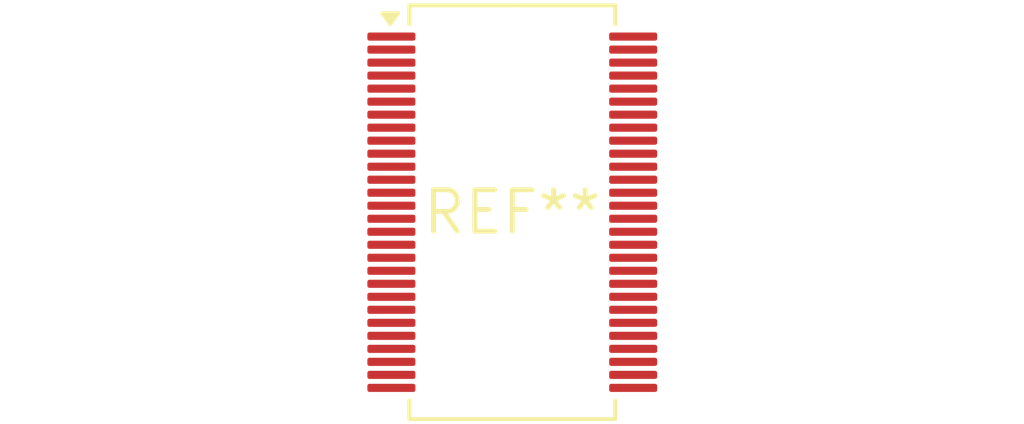
<source format=kicad_pcb>
(kicad_pcb (version 20240108) (generator pcbnew)
  (layers (0 "F.Cu" signal) (31 "B.Cu" signal) (34 "B.Paste" user) (35 "F.Paste" user) (36 "B.SilkS" user "B.Silkscreen") (37 "F.SilkS" user "F.Silkscreen") (38 "B.Mask" user) (39 "F.Mask" user) (44 "Edge.Cuts" user))
  (net 0 "")
  (footprint "TSSOP-56_6.1x12.5mm_P0.4mm" (layer "F.Cu") (at 0 0)
    (property "Reference" "REF**")
    (property "Value" "TSSOP-56_6.1x12.5mm_P0.4mm")
    (fp_line (start -3.16 -6.36) (end -3.16 -5.785) (layer "F.SilkS") (stroke (width 0.12)))
    (fp_line (start -3.16 6.36) (end -3.16 5.785) (layer "F.SilkS") (stroke (width 0.12)))
    (fp_line (start 0 -6.36) (end -3.16 -6.36) (layer "F.SilkS") (stroke (width 0.12)))
    (fp_line (start 0 -6.36) (end 3.16 -6.36) (layer "F.SilkS") (stroke (width 0.12)))
    (fp_line (start 0 6.36) (end -3.16 6.36) (layer "F.SilkS") (stroke (width 0.12)))
    (fp_line (start 0 6.36) (end 3.16 6.36) (layer "F.SilkS") (stroke (width 0.12)))
    (fp_line (start 3.16 -6.36) (end 3.16 -5.785) (layer "F.SilkS") (stroke (width 0.12)))
    (fp_line (start 3.16 6.36) (end 3.16 5.785) (layer "F.SilkS") (stroke (width 0.12)))
    (fp_poly (pts (xy -3.75 -5.785) (xy -3.99 -6.115) (xy -3.51 -6.115) (xy -3.75 -5.785)) (layer "F.SilkS") (stroke (width 0.12)) (fill solid))
    (pad "1" smd roundrect (at -3.7125 -5.4) (size 1.475 0.25) (layers "F.Cu" "F.Paste" "F.Mask"))
    (pad "2" smd roundrect (at -3.7125 -5) (size 1.475 0.25) (layers "F.Cu" "F.Paste" "F.Mask"))
    (pad "3" smd roundrect (at -3.7125 -4.6) (size 1.475 0.25) (layers "F.Cu" "F.Paste" "F.Mask"))
    (pad "4" smd roundrect (at -3.7125 -4.2) (size 1.475 0.25) (layers "F.Cu" "F.Paste" "F.Mask"))
    (pad "5" smd roundrect (at -3.7125 -3.8) (size 1.475 0.25) (layers "F.Cu" "F.Paste" "F.Mask"))
    (pad "6" smd roundrect (at -3.7125 -3.4) (size 1.475 0.25) (layers "F.Cu" "F.Paste" "F.Mask"))
    (pad "7" smd roundrect (at -3.7125 -3) (size 1.475 0.25) (layers "F.Cu" "F.Paste" "F.Mask"))
    (pad "8" smd roundrect (at -3.7125 -2.6) (size 1.475 0.25) (layers "F.Cu" "F.Paste" "F.Mask"))
    (pad "9" smd roundrect (at -3.7125 -2.2) (size 1.475 0.25) (layers "F.Cu" "F.Paste" "F.Mask"))
    (pad "10" smd roundrect (at -3.7125 -1.8) (size 1.475 0.25) (layers "F.Cu" "F.Paste" "F.Mask"))
    (pad "11" smd roundrect (at -3.7125 -1.4) (size 1.475 0.25) (layers "F.Cu" "F.Paste" "F.Mask"))
    (pad "12" smd roundrect (at -3.7125 -1) (size 1.475 0.25) (layers "F.Cu" "F.Paste" "F.Mask"))
    (pad "13" smd roundrect (at -3.7125 -0.6) (size 1.475 0.25) (layers "F.Cu" "F.Paste" "F.Mask"))
    (pad "14" smd roundrect (at -3.7125 -0.2) (size 1.475 0.25) (layers "F.Cu" "F.Paste" "F.Mask"))
    (pad "15" smd roundrect (at -3.7125 0.2) (size 1.475 0.25) (layers "F.Cu" "F.Paste" "F.Mask"))
    (pad "16" smd roundrect (at -3.7125 0.6) (size 1.475 0.25) (layers "F.Cu" "F.Paste" "F.Mask"))
    (pad "17" smd roundrect (at -3.7125 1) (size 1.475 0.25) (layers "F.Cu" "F.Paste" "F.Mask"))
    (pad "18" smd roundrect (at -3.7125 1.4) (size 1.475 0.25) (layers "F.Cu" "F.Paste" "F.Mask"))
    (pad "19" smd roundrect (at -3.7125 1.8) (size 1.475 0.25) (layers "F.Cu" "F.Paste" "F.Mask"))
    (pad "20" smd roundrect (at -3.7125 2.2) (size 1.475 0.25) (layers "F.Cu" "F.Paste" "F.Mask"))
    (pad "21" smd roundrect (at -3.7125 2.6) (size 1.475 0.25) (layers "F.Cu" "F.Paste" "F.Mask"))
    (pad "22" smd roundrect (at -3.7125 3) (size 1.475 0.25) (layers "F.Cu" "F.Paste" "F.Mask"))
    (pad "23" smd roundrect (at -3.7125 3.4) (size 1.475 0.25) (layers "F.Cu" "F.Paste" "F.Mask"))
    (pad "24" smd roundrect (at -3.7125 3.8) (size 1.475 0.25) (layers "F.Cu" "F.Paste" "F.Mask"))
    (pad "25" smd roundrect (at -3.7125 4.2) (size 1.475 0.25) (layers "F.Cu" "F.Paste" "F.Mask"))
    (pad "26" smd roundrect (at -3.7125 4.6) (size 1.475 0.25) (layers "F.Cu" "F.Paste" "F.Mask"))
    (pad "27" smd roundrect (at -3.7125 5) (size 1.475 0.25) (layers "F.Cu" "F.Paste" "F.Mask"))
    (pad "28" smd roundrect (at -3.7125 5.4) (size 1.475 0.25) (layers "F.Cu" "F.Paste" "F.Mask"))
    (pad "29" smd roundrect (at 3.7125 5.4) (size 1.475 0.25) (layers "F.Cu" "F.Paste" "F.Mask"))
    (pad "30" smd roundrect (at 3.7125 5) (size 1.475 0.25) (layers "F.Cu" "F.Paste" "F.Mask"))
    (pad "31" smd roundrect (at 3.7125 4.6) (size 1.475 0.25) (layers "F.Cu" "F.Paste" "F.Mask"))
    (pad "32" smd roundrect (at 3.7125 4.2) (size 1.475 0.25) (layers "F.Cu" "F.Paste" "F.Mask"))
    (pad "33" smd roundrect (at 3.7125 3.8) (size 1.475 0.25) (layers "F.Cu" "F.Paste" "F.Mask"))
    (pad "34" smd roundrect (at 3.7125 3.4) (size 1.475 0.25) (layers "F.Cu" "F.Paste" "F.Mask"))
    (pad "35" smd roundrect (at 3.7125 3) (size 1.475 0.25) (layers "F.Cu" "F.Paste" "F.Mask"))
    (pad "36" smd roundrect (at 3.7125 2.6) (size 1.475 0.25) (layers "F.Cu" "F.Paste" "F.Mask"))
    (pad "37" smd roundrect (at 3.7125 2.2) (size 1.475 0.25) (layers "F.Cu" "F.Paste" "F.Mask"))
    (pad "38" smd roundrect (at 3.7125 1.8) (size 1.475 0.25) (layers "F.Cu" "F.Paste" "F.Mask"))
    (pad "39" smd roundrect (at 3.7125 1.4) (size 1.475 0.25) (layers "F.Cu" "F.Paste" "F.Mask"))
    (pad "40" smd roundrect (at 3.7125 1) (size 1.475 0.25) (layers "F.Cu" "F.Paste" "F.Mask"))
    (pad "41" smd roundrect (at 3.7125 0.6) (size 1.475 0.25) (layers "F.Cu" "F.Paste" "F.Mask"))
    (pad "42" smd roundrect (at 3.7125 0.2) (size 1.475 0.25) (layers "F.Cu" "F.Paste" "F.Mask"))
    (pad "43" smd roundrect (at 3.7125 -0.2) (size 1.475 0.25) (layers "F.Cu" "F.Paste" "F.Mask"))
    (pad "44" smd roundrect (at 3.7125 -0.6) (size 1.475 0.25) (layers "F.Cu" "F.Paste" "F.Mask"))
    (pad "45" smd roundrect (at 3.7125 -1) (size 1.475 0.25) (layers "F.Cu" "F.Paste" "F.Mask"))
    (pad "46" smd roundrect (at 3.7125 -1.4) (size 1.475 0.25) (layers "F.Cu" "F.Paste" "F.Mask"))
    (pad "47" smd roundrect (at 3.7125 -1.8) (size 1.475 0.25) (layers "F.Cu" "F.Paste" "F.Mask"))
    (pad "48" smd roundrect (at 3.7125 -2.2) (size 1.475 0.25) (layers "F.Cu" "F.Paste" "F.Mask"))
    (pad "49" smd roundrect (at 3.7125 -2.6) (size 1.475 0.25) (layers "F.Cu" "F.Paste" "F.Mask"))
    (pad "50" smd roundrect (at 3.7125 -3) (size 1.475 0.25) (layers "F.Cu" "F.Paste" "F.Mask"))
    (pad "51" smd roundrect (at 3.7125 -3.4) (size 1.475 0.25) (layers "F.Cu" "F.Paste" "F.Mask"))
    (pad "52" smd roundrect (at 3.7125 -3.8) (size 1.475 0.25) (layers "F.Cu" "F.Paste" "F.Mask"))
    (pad "53" smd roundrect (at 3.7125 -4.2) (size 1.475 0.25) (layers "F.Cu" "F.Paste" "F.Mask"))
    (pad "54" smd roundrect (at 3.7125 -4.6) (size 1.475 0.25) (layers "F.Cu" "F.Paste" "F.Mask"))
    (pad "55" smd roundrect (at 3.7125 -5) (size 1.475 0.25) (layers "F.Cu" "F.Paste" "F.Mask"))
    (pad "56" smd roundrect (at 3.7125 -5.4) (size 1.475 0.25) (layers "F.Cu" "F.Paste" "F.Mask"))
  )
)
</source>
